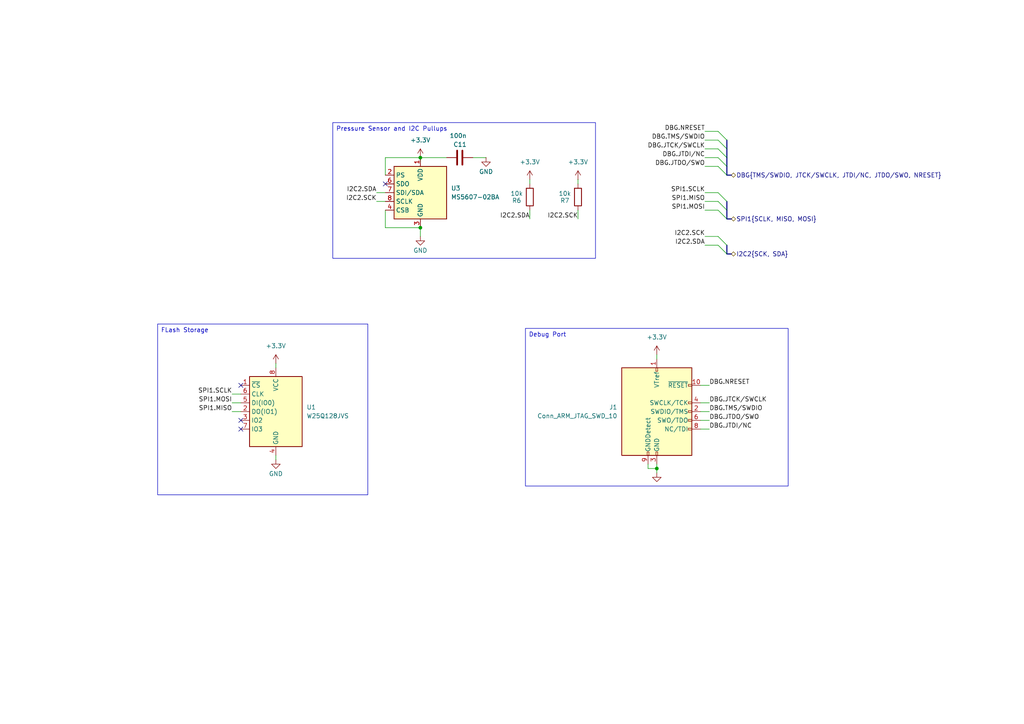
<source format=kicad_sch>
(kicad_sch (version 20231120) (generator "eeschema") (generator_version "8.0")
  (paper "A4")
  (lib_symbols
    (symbol "Connector:Conn_ARM_JTAG_SWD_10" (pin_names (offset 1.016))
      (property "Reference" "J" (at -2.54 16.51 0))
      (property "Value" "Conn_ARM_JTAG_SWD_10" (at -2.54 13.97 0))
      (symbol "Conn_ARM_JTAG_SWD_10_0_1"
        (rectangle (start -10.16 12.7) (end 10.16 -12.7) (stroke (width 0.254)) (fill (type background)))
        (rectangle (start -2.794 -12.7) (end -2.286 -11.684))
        (rectangle (start -0.254 -12.7) (end 0.254 -11.684))
        (rectangle (start -0.254 12.7) (end 0.254 11.684))
        (rectangle (start 9.144 2.286) (end 10.16 2.794))
        (rectangle (start 10.16 -2.794) (end 9.144 -2.286))
        (rectangle (start 10.16 -0.254) (end 9.144 0.254))
        (rectangle (start 10.16 7.874) (end 9.144 7.366))
      )
      (symbol "Conn_ARM_JTAG_SWD_10_1_1"
        (rectangle (start 9.144 -5.334) (end 10.16 -4.826))
        (pin power_in line (at 0 15.24 270) (length 2.54) (name "VTref") (number "1"))
        (pin open_collector line (at 12.7 7.62 180) (length 2.54) (name "~{RESET}") (number "10"))
        (pin bidirectional line (at 12.7 0 180) (length 2.54) (name "SWDIO/TMS") (number "2"))
        (pin power_in line (at 0 -15.24 90) (length 2.54) (name "GND") (number "3"))
        (pin output line (at 12.7 2.54 180) (length 2.54) (name "SWCLK/TCK") (number "4"))
        (pin passive line (at 0 -15.24 90) (length 2.54) hide (name "GND") (number "5"))
        (pin input line (at 12.7 -2.54 180) (length 2.54) (name "SWO/TDO") (number "6"))
        (pin no_connect line (at -10.16 0 0) (length 2.54) hide (name "KEY") (number "7"))
        (pin output line (at 12.7 -5.08 180) (length 2.54) (name "NC/TDI") (number "8"))
        (pin passive line (at -2.54 -15.24 90) (length 2.54) (name "GNDDetect") (number "9"))
      )
    )
    (symbol "Device:C" (pin_numbers hide) (pin_names (offset 0.254))
      (property "Reference" "C" (at 0.635 2.54 0))
      (property "Value" "C" (at 0.635 -2.54 0))
      (symbol "C_0_1"
        (polyline (pts (xy -2.032 -0.762) (xy 2.032 -0.762)) (stroke (width 0.508)))
        (polyline (pts (xy -2.032 0.762) (xy 2.032 0.762)) (stroke (width 0.508)))
      )
      (symbol "C_1_1"
        (pin passive line (at 0 3.81 270) (length 2.794) (name "~") (number "1"))
        (pin passive line (at 0 -3.81 90) (length 2.794) (name "~") (number "2"))
      )
    )
    (symbol "Device:R" (pin_numbers hide) (pin_names (offset 0))
      (property "Reference" "R" (at 2.032 0 90))
      (property "Value" "R" (at 0 0 90))
      (symbol "R_0_1"
        (rectangle (start -1.016 -2.54) (end 1.016 2.54) (stroke (width 0.254)))
      )
      (symbol "R_1_1"
        (pin passive line (at 0 3.81 270) (length 1.27) (name "~") (number "1"))
        (pin passive line (at 0 -3.81 90) (length 1.27) (name "~") (number "2"))
      )
    )
    (symbol "Memory_Flash:W25Q128JVS"
      (property "Reference" "U" (at -8.89 8.89 0))
      (property "Value" "W25Q128JVS" (at 7.62 8.89 0))
      (symbol "W25Q128JVS_0_1"
        (rectangle (start -7.62 10.16) (end 7.62 -10.16) (stroke (width 0.254)) (fill (type background)))
      )
      (symbol "W25Q128JVS_1_1"
        (pin input line (at -10.16 7.62 0) (length 2.54) (name "~{CS}") (number "1"))
        (pin bidirectional line (at -10.16 0 0) (length 2.54) (name "DO(IO1)") (number "2"))
        (pin bidirectional line (at -10.16 -2.54 0) (length 2.54) (name "IO2") (number "3"))
        (pin power_in line (at 0 -12.7 90) (length 2.54) (name "GND") (number "4"))
        (pin bidirectional line (at -10.16 2.54 0) (length 2.54) (name "DI(IO0)") (number "5"))
        (pin input line (at -10.16 5.08 0) (length 2.54) (name "CLK") (number "6"))
        (pin bidirectional line (at -10.16 -5.08 0) (length 2.54) (name "IO3") (number "7"))
        (pin power_in line (at 0 12.7 270) (length 2.54) (name "VCC") (number "8"))
      )
    )
    (symbol "Sensor_Pressure:MS5607-02BA"
      (property "Reference" "U" (at -6.35 8.89 0))
      (property "Value" "MS5607-02BA" (at 7.62 8.89 0))
      (symbol "MS5607-02BA_0_1"
        (rectangle (start -7.62 7.62) (end 7.62 -7.62) (stroke (width 0.254)) (fill (type background)))
      )
      (symbol "MS5607-02BA_1_1"
        (pin power_in line (at 0 10.16 270) (length 2.54) (name "VDD") (number "1"))
        (pin input line (at -10.16 5.08 0) (length 2.54) (name "PS") (number "2"))
        (pin power_in line (at 0 -10.16 90) (length 2.54) (name "GND") (number "3"))
        (pin input line (at -10.16 -5.08 0) (length 2.54) (name "CSB") (number "4"))
        (pin input line (at -10.16 -5.08 0) (length 2.54) hide (name "CSB") (number "5"))
        (pin output line (at -10.16 2.54 0) (length 2.54) (name "SDO") (number "6"))
        (pin bidirectional line (at -10.16 0 0) (length 2.54) (name "SDI/SDA") (number "7"))
        (pin input line (at -10.16 -2.54 0) (length 2.54) (name "SCLK") (number "8"))
      )
    )
    (symbol "power:+3.3V" (power) (pin_numbers hide) (pin_names (offset 0) hide)
      (property "Value" "+3.3V" (at 0 3.556 0))
      (symbol "+3.3V_0_1"
        (polyline (pts (xy -0.762 1.27) (xy 0 2.54)))
        (polyline (pts (xy 0 0) (xy 0 2.54)))
        (polyline (pts (xy 0 2.54) (xy 0.762 1.27)))
      )
      (symbol "+3.3V_1_1"
        (pin power_in line (at 0 0 90) (length 0) (name "~") (number "1"))
      )
    )
    (symbol "power:GND" (power) (pin_numbers hide) (pin_names (offset 0) hide)
      (property "Value" "GND" (at 0 -3.81 0))
      (symbol "GND_0_1"
        (polyline (pts (xy 0 0) (xy 0 -1.27) (xy 1.27 -1.27) (xy 0 -2.54) (xy -1.27 -1.27) (xy 0 -1.27)))
      )
      (symbol "GND_1_1"
        (pin power_in line (at 0 0 270) (length 0) (name "~") (number "1"))
      )
    )
    (symbol "power:VBUS" (power) (pin_numbers hide) (pin_names (offset 0) hide)
      (property "Value" "VBUS" (at 0 3.556 0))
      (symbol "VBUS_0_1"
        (polyline (pts (xy -0.762 1.27) (xy 0 2.54)))
        (polyline (pts (xy 0 0) (xy 0 2.54)))
        (polyline (pts (xy 0 2.54) (xy 0.762 1.27)))
      )
      (symbol "VBUS_1_1"
        (pin power_in line (at 0 0 90) (length 0) (name "~") (number "1"))
      )
    )
  )
  (junction (at 121.92 66.04))
  (junction (at 121.92 45.72))
  (junction (at 190.5 135.89))
  (no_connect (at 69.85 124.46))
  (no_connect (at 69.85 111.76))
  (no_connect (at 69.85 121.92))
  (no_connect (at 111.76 53.34))
  (bus_entry (at 208.28 43.18) (size 2.54 2.54))
  (bus_entry (at 208.28 55.88) (size 2.54 2.54))
  (bus_entry (at 208.28 40.64) (size 2.54 2.54))
  (bus_entry (at 208.28 68.58) (size 2.54 2.54))
  (bus_entry (at 208.28 45.72) (size 2.54 2.54))
  (bus_entry (at 208.28 48.26) (size 2.54 2.54))
  (bus_entry (at 208.28 58.42) (size 2.54 2.54))
  (bus_entry (at 208.28 38.1) (size 2.54 2.54))
  (bus_entry (at 208.28 60.96) (size 2.54 2.54))
  (bus_entry (at 208.28 71.12) (size 2.54 2.54))
  (wire (pts (xy 153.67 63.5) (xy 153.67 60.96)))
  (bus (pts (xy 212.09 63.5) (xy 210.82 63.5)))
  (bus (pts (xy 210.82 58.42) (xy 210.82 60.96)))
  (wire (pts (xy 204.47 58.42) (xy 208.28 58.42)))
  (bus (pts (xy 212.09 73.66) (xy 210.82 73.66)))
  (wire (pts (xy 190.5 135.89) (xy 190.5 137.16)))
  (wire (pts (xy 121.92 68.58) (xy 121.92 66.04)))
  (wire (pts (xy 204.47 68.58) (xy 208.28 68.58)))
  (wire (pts (xy 203.2 119.38) (xy 205.74 119.38)))
  (wire (pts (xy 67.31 119.38) (xy 69.85 119.38)))
  (wire (pts (xy 80.01 132.08) (xy 80.01 133.35)))
  (wire (pts (xy 111.76 66.04) (xy 121.92 66.04)))
  (wire (pts (xy 67.31 116.84) (xy 69.85 116.84)))
  (wire (pts (xy 187.96 134.62) (xy 187.96 135.89)))
  (wire (pts (xy 109.22 55.88) (xy 111.76 55.88)))
  (bus (pts (xy 210.82 45.72) (xy 210.82 48.26)))
  (wire (pts (xy 111.76 60.96) (xy 111.76 66.04)))
  (wire (pts (xy 121.92 46.99) (xy 121.92 45.72)))
  (wire (pts (xy 203.2 111.76) (xy 205.74 111.76)))
  (wire (pts (xy 111.76 50.8) (xy 111.76 45.72)))
  (wire (pts (xy 204.47 71.12) (xy 208.28 71.12)))
  (wire (pts (xy 204.47 55.88) (xy 208.28 55.88)))
  (wire (pts (xy 137.16 45.72) (xy 140.97 45.72)))
  (bus (pts (xy 210.82 71.12) (xy 210.82 73.66)))
  (wire (pts (xy 190.5 134.62) (xy 190.5 135.89)))
  (wire (pts (xy 187.96 135.89) (xy 190.5 135.89)))
  (wire (pts (xy 204.47 45.72) (xy 208.28 45.72)))
  (wire (pts (xy 204.47 38.1) (xy 208.28 38.1)))
  (wire (pts (xy 167.64 52.07) (xy 167.64 53.34)))
  (wire (pts (xy 109.22 58.42) (xy 111.76 58.42)))
  (bus (pts (xy 210.82 50.8) (xy 212.09 50.8)))
  (bus (pts (xy 210.82 43.18) (xy 210.82 45.72)))
  (wire (pts (xy 203.2 121.92) (xy 205.74 121.92)))
  (wire (pts (xy 204.47 40.64) (xy 208.28 40.64)))
  (wire (pts (xy 203.2 116.84) (xy 205.74 116.84)))
  (wire (pts (xy 204.47 48.26) (xy 208.28 48.26)))
  (wire (pts (xy 190.5 102.87) (xy 190.5 104.14)))
  (bus (pts (xy 210.82 40.64) (xy 210.82 43.18)))
  (wire (pts (xy 204.47 60.96) (xy 208.28 60.96)))
  (wire (pts (xy 121.92 45.72) (xy 129.54 45.72)))
  (wire (pts (xy 153.67 52.07) (xy 153.67 53.34)))
  (wire (pts (xy 67.31 114.3) (xy 69.85 114.3)))
  (wire (pts (xy 167.64 60.96) (xy 167.64 63.5)))
  (bus (pts (xy 210.82 60.96) (xy 210.82 63.5)))
  (bus (pts (xy 210.82 48.26) (xy 210.82 50.8)))
  (wire (pts (xy 80.01 105.41) (xy 80.01 106.68)))
  (wire (pts (xy 204.47 43.18) (xy 208.28 43.18)))
  (wire (pts (xy 111.76 45.72) (xy 121.92 45.72)))
  (wire (pts (xy 203.2 124.46) (xy 205.74 124.46)))
  (text_box "Debug Port" (at 152.4 95.25 0) (size 76.2 45.72) (effects (font (size 1.27 1.27)) (justify left top)))
  (text_box "Pressure Sensor and I2C Pullups" (at 96.52 35.56 0) (size 76.2 39.37) (effects (font (size 1.27 1.27)) (justify left top)))
  (text_box "FLash Storage" (at 45.72 93.98 0) (size 60.96 49.53) (effects (font (size 1.27 1.27)) (justify left top)))
  (label "I2C2.SCK" (at 109.22 58.42 180))
  (label "DBG.TMS{slash}SWDIO" (at 205.74 119.38 0))
  (label "DBG.JTDO{slash}SWO" (at 204.47 48.26 180))
  (label "I2C2.SCK" (at 204.47 68.58 180))
  (label "I2C2.SDA" (at 109.22 55.88 180))
  (label "SPI1.MOSI" (at 204.47 60.96 180))
  (label "DBG.JTCK{slash}SWCLK" (at 205.74 116.84 0))
  (label "I2C2.SCK" (at 167.64 63.5 180))
  (label "SPI1.MISO" (at 67.31 119.38 180))
  (label "DBG.NRESET" (at 204.47 38.1 180))
  (label "I2C2.SDA" (at 204.47 71.12 180))
  (label "DBG.JTDI{slash}NC" (at 205.74 124.46 0))
  (label "I2C2.SDA" (at 153.67 63.5 180))
  (label "DBG.JTDO{slash}SWO" (at 205.74 121.92 0))
  (label "SPI1.MOSI" (at 67.31 116.84 180))
  (label "DBG.TMS{slash}SWDIO" (at 204.47 40.64 180))
  (label "DBG.NRESET" (at 205.74 111.76 0))
  (label "DBG.JTCK{slash}SWCLK" (at 204.47 43.18 180))
  (label "SPI1.SCLK" (at 204.47 55.88 180))
  (label "SPI1.MISO" (at 204.47 58.42 180))
  (label "SPI1.SCLK" (at 67.31 114.3 180))
  (label "DBG.JTDI{slash}NC" (at 204.47 45.72 180))
  (hierarchical_label "DBG{TMS{slash}SWDIO, JTCK{slash}SWCLK, JTDI{slash}NC, JTDO{slash}SWO, NRESET}" (shape bidirectional) (at 212.09 50.8 0))
  (hierarchical_label "SPI1{SCLK, MISO, MOSI}" (shape bidirectional) (at 212.09 63.5 0))
  (hierarchical_label "I2C2{SCK, SDA}" (shape bidirectional) (at 212.09 73.66 0))
  (symbol (lib_id "power:VBUS") (at 80.01 105.41 0) (unit 1)
    (property "Reference" "#PWR02" (effects (hide yes)))
    (property "Value" "+3.3V" (at 80.01 100.33 0))
    (property "Description" "Power symbol creates a global label with name \"VBUS\"" (effects (hide yes)))
  )
  (symbol (lib_id "Connector:Conn_ARM_JTAG_SWD_10") (at 190.5 119.38 0) (unit 1)
    (property "Reference" "J1" (at 179.07 118.1099 0) (effects (justify right)))
    (property "Value" "Conn_ARM_JTAG_SWD_10" (at 179.07 120.6499 0) (effects (justify right)))
    (property "Footprint" "Connector_PinHeader_1.27mm:PinHeader_2x05_P1.27mm_Horizontal" (effects (hide yes)))
    (property "Datasheet" "http://infocenter.arm.com/help/topic/com.arm.doc.ddi0314h/DDI0314H_coresight_components_trm.pdf" (effects (hide yes)))
    (property "Description" "Cortex Debug Connector, standard ARM Cortex-M SWD and JTAG interface" (effects (hide yes)))
  )
  (symbol (lib_id "Sensor_Pressure:MS5607-02BA") (at 121.92 55.88 0) (unit 1)
    (property "Reference" "U3" (at 130.81 54.6099 0) (effects (justify left)))
    (property "Value" "MS5607-02BA" (at 130.81 57.1499 0) (effects (justify left)))
    (property "Footprint" "Package_LGA:LGA-8_3x5mm_P1.25mm" (effects (hide yes)))
    (property "Datasheet" "https://www.te.com/commerce/DocumentDelivery/DDEController?Action=showdoc&DocId=Data+Sheet%7FMS5607-02BA03%7FB2%7Fpdf%7FEnglish%7FENG_DS_MS5607-02BA03_B2.pdf%7FCAT-BLPS0035" (effects (hide yes)))
    (property "Description" "Barometric pressure sensor, 20cm resolution, 10 to 1200 mbar, I2C and SPI interface up to 20MHz, LGA-8" (effects (hide yes)))
  )
  (symbol (lib_id "power:GND") (at 140.97 45.72 0) (unit 1)
    (property "Reference" "#PWR028" (effects (hide yes)))
    (property "Value" "GND" (at 140.97 49.784 0))
    (property "Description" "Power symbol creates a global label with name \"GND\" , ground" (effects (hide yes)))
  )
  (symbol (lib_id "power:VBUS") (at 153.67 52.07 0) (unit 1)
    (property "Reference" "#PWR029" (effects (hide yes)))
    (property "Value" "+3.3V" (at 153.67 46.99 0))
    (property "Description" "Power symbol creates a global label with name \"VBUS\"" (effects (hide yes)))
  )
  (symbol (lib_id "Device:R") (at 153.67 57.15 0) (mirror y) (unit 1)
    (property "Reference" "R6" (at 149.86 58.166 0))
    (property "Value" "10k" (at 149.86 56.134 0))
    (property "Footprint" "Resistor_SMD:R_0603_1608Metric" (effects (hide yes)))
    (property "Description" "Resistor" (effects (hide yes)))
  )
  (symbol (lib_id "power:GND") (at 190.5 137.16 0) (unit 1)
    (property "Reference" "#PWR035" (effects (hide yes)))
    (property "Value" "GND" (effects (hide yes)))
    (property "Description" "Power symbol creates a global label with name \"GND\" , ground" (effects (hide yes)))
  )
  (symbol (lib_id "Device:R") (at 167.64 57.15 0) (mirror y) (unit 1)
    (property "Reference" "R7" (at 163.83 58.166 0))
    (property "Value" "10k" (at 163.83 56.134 0))
    (property "Footprint" "Resistor_SMD:R_0603_1608Metric" (effects (hide yes)))
    (property "Description" "Resistor" (effects (hide yes)))
  )
  (symbol (lib_id "power:VBUS") (at 167.64 52.07 0) (unit 1)
    (property "Reference" "#PWR030" (effects (hide yes)))
    (property "Value" "+3.3V" (at 167.64 46.99 0))
    (property "Description" "Power symbol creates a global label with name \"VBUS\"" (effects (hide yes)))
  )
  (symbol (lib_id "Memory_Flash:W25Q128JVS") (at 80.01 119.38 0) (unit 1)
    (property "Reference" "U1" (at 88.9 118.1099 0) (effects (justify left)))
    (property "Value" "W25Q128JVS" (at 88.9 120.6499 0) (effects (justify left)))
    (property "Footprint" "Package_SO:SOIC-8_5.23x5.23mm_P1.27mm" (effects (hide yes)))
    (property "Datasheet" "http://www.winbond.com/resource-files/w25q128jv_dtr%20revc%2003272018%20plus.pdf" (effects (hide yes)))
    (property "Description" "128Mb Serial Flash Memory, Standard/Dual/Quad SPI, SOIC-8" (effects (hide yes)))
  )
  (symbol (lib_id "power:+3.3V") (at 190.5 102.87 0) (unit 1)
    (property "Reference" "#PWR031" (effects (hide yes)))
    (property "Value" "+3.3V" (at 190.5 97.79 0))
    (property "Description" "Power symbol creates a global label with name \"+3.3V\"" (effects (hide yes)))
  )
  (symbol (lib_id "power:GND") (at 80.01 133.35 0) (unit 1)
    (property "Reference" "#PWR04" (effects (hide yes)))
    (property "Value" "GND" (at 80.01 137.414 0))
    (property "Description" "Power symbol creates a global label with name \"GND\" , ground" (effects (hide yes)))
  )
  (symbol (lib_id "power:GND") (at 121.92 68.58 0) (unit 1)
    (property "Reference" "#PWR07" (effects (hide yes)))
    (property "Value" "GND" (at 121.92 72.644 0))
    (property "Description" "Power symbol creates a global label with name \"GND\" , ground" (effects (hide yes)))
  )
  (symbol (lib_id "power:VBUS") (at 121.92 45.72 0) (unit 1)
    (property "Reference" "#PWR05" (effects (hide yes)))
    (property "Value" "+3.3V" (at 121.92 40.64 0))
    (property "Description" "Power symbol creates a global label with name \"VBUS\"" (effects (hide yes)))
  )
  (symbol (lib_id "Device:C") (at 133.35 45.72 90) (unit 1)
    (property "Reference" "C11" (at 135.382 41.91 90) (effects (justify left)))
    (property "Value" "100n" (at 135.382 39.37 90) (effects (justify left)))
    (property "Footprint" "Capacitor_SMD:C_0402_1005Metric" (effects (hide yes)))
    (property "Description" "Unpolarized capacitor" (effects (hide yes)))
  )
)
</source>
